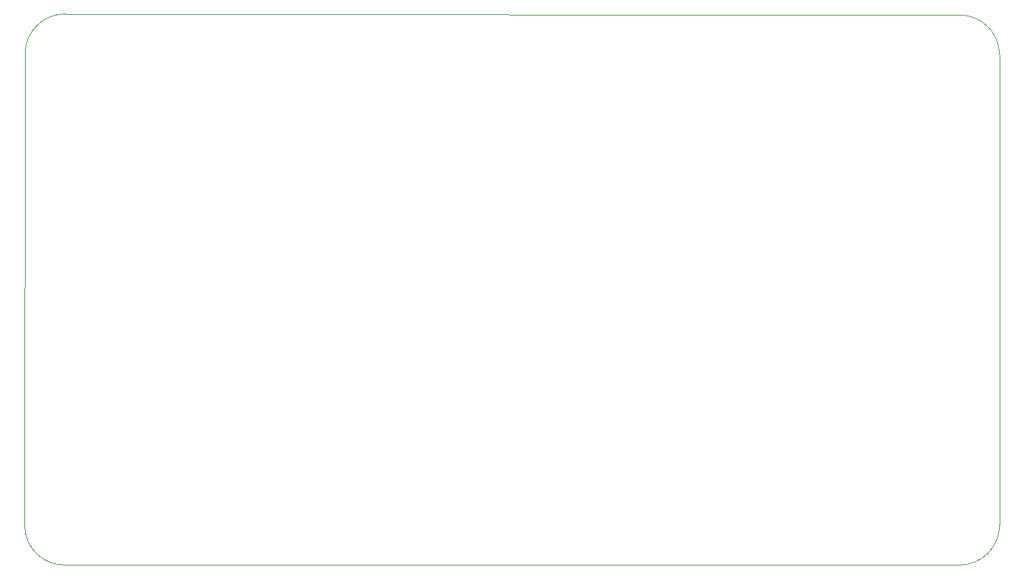
<source format=gbr>
%TF.GenerationSoftware,KiCad,Pcbnew,8.0.7*%
%TF.CreationDate,2025-02-18T10:18:35-06:00*%
%TF.ProjectId,RickNAS_4PortSATA,5269636b-4e41-4535-9f34-506f72745341,rev?*%
%TF.SameCoordinates,Original*%
%TF.FileFunction,Profile,NP*%
%FSLAX46Y46*%
G04 Gerber Fmt 4.6, Leading zero omitted, Abs format (unit mm)*
G04 Created by KiCad (PCBNEW 8.0.7) date 2025-02-18 10:18:35*
%MOMM*%
%LPD*%
G01*
G04 APERTURE LIST*
%TA.AperFunction,Profile*%
%ADD10C,0.050000*%
%TD*%
G04 APERTURE END LIST*
D10*
X203064466Y-143064466D02*
X90935534Y-143064466D01*
X208064466Y-79135534D02*
X208064466Y-138064466D01*
X91000000Y-74000000D02*
X203064466Y-74135534D01*
X85935534Y-138064466D02*
X86000000Y-79000000D01*
X90935534Y-143064466D02*
G75*
G02*
X85935534Y-138064466I0J5000000D01*
G01*
X208064466Y-138064466D02*
G75*
G02*
X203064466Y-143064466I-5000000J0D01*
G01*
X203064466Y-74135534D02*
G75*
G02*
X208064466Y-79135534I0J-5000000D01*
G01*
X86000000Y-79000000D02*
G75*
G02*
X91000000Y-74000000I5000000J0D01*
G01*
M02*

</source>
